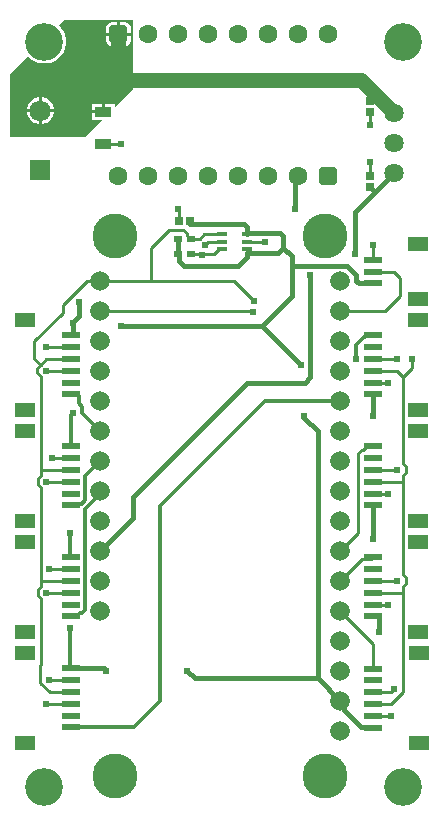
<source format=gtl>
G04*
G04 #@! TF.GenerationSoftware,Altium Limited,Altium Designer,21.8.1 (53)*
G04*
G04 Layer_Physical_Order=1*
G04 Layer_Color=255*
%FSLAX25Y25*%
%MOIN*%
G70*
G04*
G04 #@! TF.SameCoordinates,70880257-2F83-41F6-BC9D-4F7E7A3CF3A8*
G04*
G04*
G04 #@! TF.FilePolarity,Positive*
G04*
G01*
G75*
%ADD14C,0.01000*%
%ADD15R,0.05512X0.03543*%
%ADD16R,0.02520X0.02559*%
%ADD17R,0.06102X0.02362*%
%ADD18R,0.07087X0.04724*%
%ADD19R,0.03740X0.01772*%
%ADD20R,0.02559X0.02520*%
%ADD21R,0.02756X0.02362*%
%ADD37C,0.01600*%
%ADD38C,0.01200*%
%ADD39C,0.05000*%
%ADD40C,0.06437*%
%ADD41R,0.07087X0.07087*%
%ADD42C,0.07087*%
%ADD43C,0.06555*%
%ADD44C,0.15000*%
%ADD45C,0.06299*%
G04:AMPARAMS|DCode=46|XSize=62.99mil|YSize=62.99mil|CornerRadius=15.75mil|HoleSize=0mil|Usage=FLASHONLY|Rotation=180.000|XOffset=0mil|YOffset=0mil|HoleType=Round|Shape=RoundedRectangle|*
%AMROUNDEDRECTD46*
21,1,0.06299,0.03150,0,0,180.0*
21,1,0.03150,0.06299,0,0,180.0*
1,1,0.03150,-0.01575,0.01575*
1,1,0.03150,0.01575,0.01575*
1,1,0.03150,0.01575,-0.01575*
1,1,0.03150,-0.01575,-0.01575*
%
%ADD46ROUNDEDRECTD46*%
%ADD47C,0.02400*%
%ADD48C,0.12598*%
G36*
X141000Y344000D02*
X134756Y337756D01*
Y339087D01*
X131500D01*
Y336315D01*
X131000D01*
Y335815D01*
X127244D01*
Y333543D01*
X130543D01*
X125000Y328000D01*
X100000D01*
Y345000D01*
Y349000D01*
X105841Y354841D01*
X106587Y354094D01*
X107783Y353295D01*
X109111Y352745D01*
X110521Y352465D01*
X111959D01*
X113369Y352745D01*
X114698Y353295D01*
X115893Y354094D01*
X116910Y355111D01*
X117709Y356307D01*
X118259Y357635D01*
X118539Y359045D01*
Y360483D01*
X118259Y361893D01*
X117709Y363222D01*
X116910Y364417D01*
X116163Y365163D01*
X118000Y367000D01*
X141000D01*
Y344000D01*
D02*
G37*
%LPC*%
G36*
X137575Y366416D02*
X136500D01*
Y362744D01*
X140172D01*
Y363819D01*
X140083Y364491D01*
X139824Y365117D01*
X139411Y365655D01*
X138873Y366068D01*
X138247Y366327D01*
X137575Y366416D01*
D02*
G37*
G36*
X135500D02*
X134425D01*
X133753Y366327D01*
X133127Y366068D01*
X132589Y365655D01*
X132176Y365117D01*
X131917Y364491D01*
X131828Y363819D01*
Y362744D01*
X135500D01*
Y366416D01*
D02*
G37*
G36*
X140172Y361744D02*
X136500D01*
Y358072D01*
X137575D01*
X138247Y358161D01*
X138873Y358420D01*
X139411Y358833D01*
X139824Y359371D01*
X140083Y359997D01*
X140172Y360669D01*
Y361744D01*
D02*
G37*
G36*
X135500D02*
X131828D01*
Y360669D01*
X131917Y359997D01*
X132176Y359371D01*
X132589Y358833D01*
X133127Y358420D01*
X133753Y358161D01*
X134425Y358072D01*
X135500D01*
Y361744D01*
D02*
G37*
G36*
X110598Y341228D02*
X110500D01*
Y337185D01*
X114543D01*
Y337283D01*
X114234Y338439D01*
X113636Y339475D01*
X112790Y340321D01*
X111754Y340919D01*
X110598Y341228D01*
D02*
G37*
G36*
X109500D02*
X109402D01*
X108246Y340919D01*
X107210Y340321D01*
X106365Y339475D01*
X105766Y338439D01*
X105457Y337283D01*
Y337185D01*
X109500D01*
Y341228D01*
D02*
G37*
G36*
X130500Y339087D02*
X127244D01*
Y336815D01*
X130500D01*
Y339087D01*
D02*
G37*
G36*
X114543Y336185D02*
X110500D01*
Y332142D01*
X110598D01*
X111754Y332451D01*
X112790Y333050D01*
X113636Y333895D01*
X114234Y334931D01*
X114543Y336087D01*
Y336185D01*
D02*
G37*
G36*
X109500D02*
X105457D01*
Y336087D01*
X105766Y334931D01*
X106365Y333895D01*
X107210Y333050D01*
X108246Y332451D01*
X109402Y332142D01*
X109500D01*
Y336185D01*
D02*
G37*
%LPD*%
D14*
X131000Y325685D02*
X131171Y325514D01*
X136977D01*
X220000Y332000D02*
Y336228D01*
X219821Y318179D02*
Y319442D01*
Y318179D02*
X220000Y318000D01*
Y314772D02*
Y318000D01*
X108000Y254087D02*
Y260000D01*
X117375Y269375D02*
Y271789D01*
X108000Y260000D02*
X117375Y269375D01*
X125586Y280000D02*
X147000D01*
X117375Y271789D02*
X125586Y280000D01*
X108000Y254087D02*
X110043Y252043D01*
X109000Y249182D02*
X110043Y248138D01*
X109000Y250818D02*
X110043Y251862D01*
X109000Y249182D02*
Y250818D01*
X110043Y217000D02*
Y248138D01*
X112051Y249992D02*
X120256D01*
X110043Y251862D02*
Y252043D01*
X112043Y250000D02*
X112051Y249992D01*
X112000Y250000D02*
X112043D01*
X156114Y300114D02*
Y303886D01*
X156000Y304000D02*
X156114Y303886D01*
X130000Y270000D02*
X181000D01*
Y269600D02*
Y270000D01*
X156114Y300114D02*
X156228Y300000D01*
X160165Y289000D02*
X167913D01*
X174418Y280000D02*
X181209Y273209D01*
X147000Y280000D02*
X174418D01*
X147000Y291000D02*
X153000Y297000D01*
X220772Y172028D02*
X225972D01*
X226000Y172000D01*
X220744Y172055D02*
X220772Y172028D01*
X220744Y209055D02*
X220772Y209028D01*
X225972D01*
X226000Y209000D01*
X225972Y246028D02*
X226000Y246000D01*
X220744Y246055D02*
X220772Y246028D01*
X225972D01*
X120189Y257933D02*
X120256Y257866D01*
X112067Y257933D02*
X120189D01*
X112000Y258000D02*
X112067Y257933D01*
X120189Y220933D02*
X120256Y220866D01*
X114067Y220933D02*
X120189D01*
X114000Y221000D02*
X114067Y220933D01*
X113067Y183933D02*
X120189D01*
X120256Y183866D01*
X113000Y184000D02*
X113067Y183933D01*
X110043Y180000D02*
Y211138D01*
X109300Y211882D02*
X110043Y211138D01*
X158713Y295256D02*
X159968Y294000D01*
X158713Y295256D02*
Y295802D01*
X157515Y297000D02*
X158713Y295802D01*
X159968Y294000D02*
X160165D01*
X153000Y297000D02*
X157515D01*
X147000Y280000D02*
Y291000D01*
X179000Y293000D02*
X185000D01*
X166000D02*
X170339D01*
X165000Y292000D02*
X166000Y293000D01*
X160165Y294000D02*
X163043D01*
X164602Y295559D01*
X170339D01*
X167913Y289000D02*
X169354Y290441D01*
X170339D01*
X220795Y283000D02*
X228000D01*
X220740Y283055D02*
X220795Y283000D01*
X230000Y275000D02*
Y281000D01*
X228000Y283000D02*
X230000Y281000D01*
X225000Y270000D02*
X230000Y275000D01*
X210000Y270000D02*
X225000D01*
X220740Y291740D02*
X221000Y292000D01*
X220740Y286992D02*
Y291740D01*
X234000Y251000D02*
Y254000D01*
X230957Y247957D02*
X234000Y251000D01*
X220744Y253929D02*
X229000D01*
X216000Y222476D02*
X217072Y223547D01*
X216000Y196000D02*
Y222476D01*
X210000Y190000D02*
X216000Y196000D01*
X110043Y214862D02*
Y217000D01*
X109300Y211882D02*
Y214118D01*
X110043Y214862D01*
X112000Y213000D02*
X120248D01*
X120256Y212992D01*
X110043Y177862D02*
Y180000D01*
X109300Y174882D02*
X110043Y174138D01*
Y152022D02*
Y174138D01*
X109300Y174882D02*
Y177118D01*
X110043Y177862D01*
X112000Y176000D02*
X112043D01*
X112051Y175992D01*
X120256D01*
X112004Y138996D02*
X120252D01*
X120256Y138992D01*
X112000Y139000D02*
X112004Y138996D01*
X111929Y253929D02*
X120256D01*
X110043Y252043D02*
X111929Y253929D01*
X230957Y181862D02*
Y213000D01*
Y176000D02*
Y178138D01*
X231700Y178882D02*
Y181118D01*
X230957Y178138D02*
X231700Y178882D01*
X230957Y181862D02*
X231700Y181118D01*
X228957Y180000D02*
X229000D01*
X228886Y179929D02*
X228957Y180000D01*
X220744Y179929D02*
X228886D01*
X230957Y160017D02*
Y176000D01*
X220744Y175992D02*
X230949D01*
X230957Y176000D01*
Y218862D02*
Y247957D01*
Y215138D02*
X231700Y215882D01*
X230957Y218862D02*
X231700Y218118D01*
X230957Y213000D02*
Y215138D01*
X231700Y215882D02*
Y218118D01*
X228929Y216929D02*
X229000Y217000D01*
X220744Y216929D02*
X228929D01*
X230949Y212992D02*
X230957Y213000D01*
X220744Y212992D02*
X230949D01*
X231000Y143000D02*
Y159973D01*
X226937Y138937D02*
X231000Y143000D01*
X226874Y142874D02*
X228000Y144000D01*
X221000Y142874D02*
X226874D01*
X110043Y180000D02*
X110114Y179929D01*
X120256D01*
X110043Y217000D02*
X110114Y216929D01*
X120256D01*
X110000Y146000D02*
Y151978D01*
X110043Y152022D01*
X110000Y146000D02*
X113071Y142929D01*
X120256D01*
X220744Y249992D02*
X228921D01*
X230957Y247957D01*
Y160017D02*
X231000Y159973D01*
X221000Y138937D02*
X226937D01*
X217618Y223547D02*
X218874Y224803D01*
X220744D01*
X217072Y223547D02*
X217618D01*
X217122Y187122D02*
X220063D01*
X220744Y187803D01*
X210000Y180000D02*
X217122Y187122D01*
X210000Y170000D02*
X221000Y159000D01*
Y150748D02*
Y159000D01*
X120122Y147000D02*
X120256Y146866D01*
X113000Y147000D02*
X120122D01*
X221000Y135000D02*
X227000D01*
D15*
X131000Y336315D02*
D03*
Y325685D02*
D03*
D16*
X220000Y336228D02*
D03*
Y339772D02*
D03*
Y314772D02*
D03*
Y311228D02*
D03*
D17*
X120256Y261803D02*
D03*
Y257866D02*
D03*
Y253929D02*
D03*
Y249992D02*
D03*
Y246055D02*
D03*
Y242118D02*
D03*
X220744Y261803D02*
D03*
Y257866D02*
D03*
Y253929D02*
D03*
Y249992D02*
D03*
Y246055D02*
D03*
Y242118D02*
D03*
X221000Y131063D02*
D03*
Y135000D02*
D03*
Y138937D02*
D03*
Y142874D02*
D03*
Y146811D02*
D03*
Y150748D02*
D03*
X220740Y279118D02*
D03*
Y283055D02*
D03*
Y286992D02*
D03*
X120256Y150803D02*
D03*
Y146866D02*
D03*
Y142929D02*
D03*
Y138992D02*
D03*
Y135055D02*
D03*
Y131118D02*
D03*
X220744Y205118D02*
D03*
Y209055D02*
D03*
Y212992D02*
D03*
Y216929D02*
D03*
Y220866D02*
D03*
Y224803D02*
D03*
X120256D02*
D03*
Y220866D02*
D03*
Y216929D02*
D03*
Y212992D02*
D03*
Y209055D02*
D03*
Y205118D02*
D03*
Y187803D02*
D03*
Y183866D02*
D03*
Y179929D02*
D03*
Y175992D02*
D03*
Y172055D02*
D03*
Y168118D02*
D03*
X220744D02*
D03*
Y172055D02*
D03*
Y175992D02*
D03*
Y179929D02*
D03*
Y183866D02*
D03*
Y187803D02*
D03*
D18*
X105000Y237000D02*
D03*
Y266921D02*
D03*
X236000Y237000D02*
D03*
Y266921D02*
D03*
X236256Y155866D02*
D03*
Y125945D02*
D03*
X236000Y274000D02*
D03*
Y292110D02*
D03*
X105000Y126000D02*
D03*
Y155921D02*
D03*
X236000Y229921D02*
D03*
Y200000D02*
D03*
X105000D02*
D03*
Y229921D02*
D03*
Y163000D02*
D03*
Y192921D02*
D03*
X236000D02*
D03*
Y163000D02*
D03*
D19*
X170339Y290441D02*
D03*
Y293000D02*
D03*
Y295559D02*
D03*
X179000D02*
D03*
Y293000D02*
D03*
Y290441D02*
D03*
D20*
X156228Y300000D02*
D03*
X159772D02*
D03*
D21*
X155835Y289000D02*
D03*
X160165D02*
D03*
X155835Y294000D02*
D03*
X160165D02*
D03*
D37*
X221500Y309500D02*
X228000Y316000D01*
X215000Y303000D02*
X221500Y309500D01*
X220000Y311209D02*
Y311228D01*
Y311209D02*
X221500Y309709D01*
Y309500D02*
Y309709D01*
X200000Y247937D02*
Y282000D01*
X131006Y150778D02*
X131783Y150000D01*
X132000D01*
X121572Y150778D02*
X131006D01*
X193878Y285078D02*
Y288122D01*
Y274878D02*
Y285078D01*
X159772Y299000D02*
X178000D01*
X179000Y289220D02*
X189220D01*
X161497Y147503D02*
X202497D01*
X159000Y150000D02*
X161497Y147503D01*
X215000Y289000D02*
Y303000D01*
X193878Y285078D02*
X193878Y285078D01*
X212103D01*
X215078Y280055D02*
Y282103D01*
Y280055D02*
X216015Y279118D01*
X220740D01*
X212103Y285078D02*
X215078Y282103D01*
X184000Y265000D02*
X193878Y274878D01*
X179000Y246000D02*
X198063D01*
X200000Y247937D01*
X141000Y208000D02*
X179000Y246000D01*
X141000Y201000D02*
Y208000D01*
X130000Y190000D02*
X141000Y201000D01*
X195000Y316000D02*
X196000Y317000D01*
X195000Y304000D02*
Y316000D01*
X196000Y315000D02*
Y317000D01*
X137000Y265000D02*
X184000D01*
X121000Y266000D02*
Y266216D01*
X123000Y268216D02*
Y273000D01*
X121000Y266216D02*
X123000Y268216D01*
X184000Y265000D02*
X197000Y252000D01*
X202497Y184878D02*
Y229848D01*
Y175000D02*
Y184878D01*
Y147503D02*
Y175000D01*
X198000Y234345D02*
Y235000D01*
Y234345D02*
X202497Y229848D01*
X220744Y235256D02*
Y242118D01*
Y235256D02*
X221000Y235000D01*
X220744Y193938D02*
X220841Y193841D01*
X210000Y140000D02*
X211025Y138975D01*
X202497Y147503D02*
X210000Y140000D01*
X222995Y163005D02*
Y167737D01*
Y163005D02*
X223000Y163000D01*
X220744Y168118D02*
X222614D01*
X222995Y167737D01*
X191000Y291000D02*
X193878Y288122D01*
X189220Y289220D02*
X191000Y291000D01*
Y295000D01*
X185213Y296000D02*
X190000D01*
X191000Y295000D01*
X202497Y175000D02*
X202497Y175000D01*
X202497Y184878D02*
X202497Y184878D01*
X211025Y136975D02*
Y138975D01*
X220915Y131148D02*
X221000Y131063D01*
X216852Y131148D02*
X220915D01*
X211025Y136975D02*
X216852Y131148D01*
X158000Y285000D02*
X176000D01*
X156270Y286730D02*
X158000Y285000D01*
X176000D02*
X179000Y288000D01*
Y289220D01*
X179241Y295800D02*
X185013D01*
X179000Y295559D02*
X179241Y295800D01*
X185013D02*
X185213Y296000D01*
X155835Y289000D02*
X156270Y288565D01*
Y286730D02*
Y288565D01*
X155835Y289000D02*
Y294000D01*
X178000Y299000D02*
X179000Y298000D01*
Y295559D02*
Y298000D01*
X120256Y261803D02*
X120419D01*
X121000Y262384D01*
Y266000D01*
X218874Y242118D02*
X220744D01*
Y193938D02*
Y205118D01*
D38*
X125000Y170304D02*
Y203889D01*
X123970Y169274D02*
X125000Y170304D01*
Y203889D02*
X130000Y208889D01*
X150000Y140000D02*
Y205000D01*
X120256Y131118D02*
X141118D01*
X150000Y140000D01*
Y205000D02*
X185000Y240000D01*
X210000D01*
X130000Y208889D02*
Y210000D01*
X120837Y205699D02*
X123699D01*
X120256Y205118D02*
X120837Y205699D01*
X123699D02*
X125000Y207000D01*
Y215000D01*
X120256Y168118D02*
X122126D01*
X123282Y169274D01*
X123970D01*
X125000Y215000D02*
X130000Y220000D01*
X124000Y236000D02*
Y238000D01*
Y236000D02*
X130000Y230000D01*
X122126Y242118D02*
X122707Y241537D01*
X120256Y242118D02*
X122126D01*
X122707Y239293D02*
Y241537D01*
Y239293D02*
X124000Y238000D01*
X119941Y151118D02*
X120256Y150803D01*
X119941Y151118D02*
Y164164D01*
X120000Y188059D02*
Y196000D01*
Y188059D02*
X120256Y187803D01*
Y224803D02*
Y235256D01*
X121000Y236000D01*
X217030Y260647D02*
X217480Y261097D01*
X217715Y261222D02*
X218293D01*
X217590Y261097D02*
X217715Y261222D01*
X217030Y260647D02*
X217030D01*
X218293Y261222D02*
X218874Y261803D01*
X215122Y258738D02*
X217030Y260647D01*
X217480Y261097D02*
X217590D01*
X218874Y261803D02*
X220744D01*
X215122Y253997D02*
Y258738D01*
D39*
X140000Y347000D02*
X217000D01*
X136000Y351000D02*
X140000Y347000D01*
X136000Y351000D02*
Y362244D01*
X217000Y347000D02*
X228000Y336000D01*
D40*
D03*
Y326000D02*
D03*
Y316000D02*
D03*
D41*
X110000Y317000D02*
D03*
D42*
Y336685D02*
D03*
D43*
X130000Y170000D02*
D03*
Y180000D02*
D03*
Y190000D02*
D03*
Y200000D02*
D03*
Y210000D02*
D03*
Y220000D02*
D03*
Y230000D02*
D03*
Y240000D02*
D03*
Y250000D02*
D03*
Y260000D02*
D03*
Y270000D02*
D03*
Y280000D02*
D03*
X210000D02*
D03*
Y270000D02*
D03*
Y260000D02*
D03*
Y250000D02*
D03*
Y240000D02*
D03*
Y230000D02*
D03*
Y220000D02*
D03*
Y210000D02*
D03*
Y200000D02*
D03*
Y190000D02*
D03*
Y180000D02*
D03*
Y170000D02*
D03*
Y160000D02*
D03*
Y150000D02*
D03*
Y140000D02*
D03*
Y130000D02*
D03*
D44*
X205000Y115000D02*
D03*
X135000D02*
D03*
X205000Y295000D02*
D03*
X135000D02*
D03*
D45*
X156000Y315000D02*
D03*
X176000D02*
D03*
X196000D02*
D03*
X186000D02*
D03*
X166000D02*
D03*
X146000D02*
D03*
X136000D02*
D03*
X186000Y362244D02*
D03*
X166000D02*
D03*
X146000D02*
D03*
X156000D02*
D03*
X176000D02*
D03*
X196000D02*
D03*
X206000D02*
D03*
D46*
Y315000D02*
D03*
X136000Y362244D02*
D03*
D47*
X136977Y325514D02*
D03*
X220000Y332000D02*
D03*
X219821Y319442D02*
D03*
X112000Y250000D02*
D03*
X200000Y282000D02*
D03*
X132000Y150000D02*
D03*
X159000D02*
D03*
X215000Y289000D02*
D03*
X195000Y304000D02*
D03*
X156000D02*
D03*
X123000Y273000D02*
D03*
X137000Y265000D02*
D03*
X197000Y252000D02*
D03*
X198000Y235000D02*
D03*
X221000D02*
D03*
X220841Y193841D02*
D03*
X223000Y163000D02*
D03*
X181209Y273209D02*
D03*
X226000Y172000D02*
D03*
Y209000D02*
D03*
Y246000D02*
D03*
X112000Y258000D02*
D03*
X114000Y221000D02*
D03*
X113000Y184000D02*
D03*
X163963Y288762D02*
D03*
X185000Y293000D02*
D03*
X165000Y292000D02*
D03*
X221000D02*
D03*
X234000Y254000D02*
D03*
X181000Y269600D02*
D03*
X119941Y164164D02*
D03*
X120000Y196000D02*
D03*
X121000Y266000D02*
D03*
Y236000D02*
D03*
X215122Y253997D02*
D03*
X112000Y213000D02*
D03*
Y176000D02*
D03*
Y139000D02*
D03*
X229000Y180000D02*
D03*
Y217000D02*
D03*
Y254000D02*
D03*
X228000Y144000D02*
D03*
X227000Y135000D02*
D03*
X113000Y147000D02*
D03*
D48*
X111100Y111335D02*
D03*
X111240Y359764D02*
D03*
X230832Y111126D02*
D03*
X230783Y359754D02*
D03*
M02*

</source>
